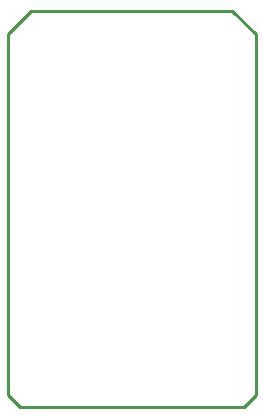
<source format=gbr>
G04 EAGLE Gerber RS-274X export*
G75*
%MOMM*%
%FSLAX34Y34*%
%LPD*%
%IN*%
%IPPOS*%
%AMOC8*
5,1,8,0,0,1.08239X$1,22.5*%
G01*
%ADD10C,0.254000*%


D10*
X0Y10000D02*
X10000Y0D01*
X200000Y0D01*
X210000Y10000D01*
X210000Y315000D01*
X190000Y335000D01*
X20000Y335000D01*
X0Y315000D01*
X0Y10000D01*
M02*

</source>
